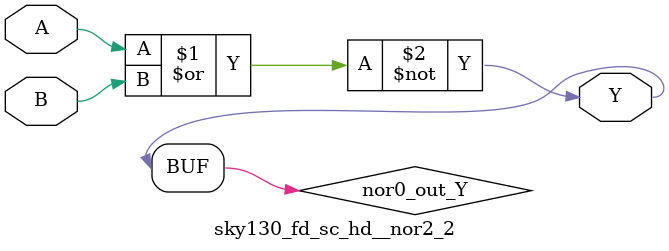
<source format=v>
/*
 * Copyright 2020 The SkyWater PDK Authors
 *
 * Licensed under the Apache License, Version 2.0 (the "License");
 * you may not use this file except in compliance with the License.
 * You may obtain a copy of the License at
 *
 *     https://www.apache.org/licenses/LICENSE-2.0
 *
 * Unless required by applicable law or agreed to in writing, software
 * distributed under the License is distributed on an "AS IS" BASIS,
 * WITHOUT WARRANTIES OR CONDITIONS OF ANY KIND, either express or implied.
 * See the License for the specific language governing permissions and
 * limitations under the License.
 *
 * SPDX-License-Identifier: Apache-2.0
*/


`ifndef SKY130_FD_SC_HD__NOR2_2_FUNCTIONAL_V
`define SKY130_FD_SC_HD__NOR2_2_FUNCTIONAL_V

/**
 * nor2: 2-input NOR.
 *
 * Verilog simulation functional model.
 */

`timescale 1ns / 1ps
`default_nettype none

`celldefine
module sky130_fd_sc_hd__nor2_2 (
    Y,
    A,
    B
);

    // Module ports
    output Y;
    input  A;
    input  B;

    // Local signals
    wire nor0_out_Y;

    //  Name  Output      Other arguments
    nor nor0 (nor0_out_Y, A, B           );
    buf buf0 (Y         , nor0_out_Y     );

endmodule
`endcelldefine

`default_nettype wire
`endif  // SKY130_FD_SC_HD__NOR2_2_FUNCTIONAL_V

</source>
